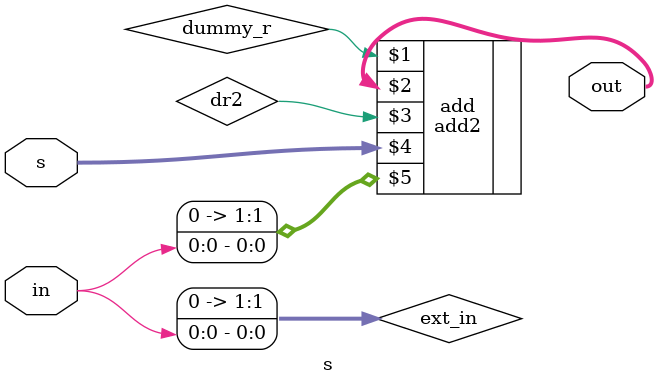
<source format=v>
module s(output [1:0]out, input [1:0]s, input in);

    wire dummy_r;
    wire dr2;
    wire [1:0] ext_in;
    
    assign
        ext_in[1] = 0;
    assign
        ext_in[0] = in;
    
    add2 add(dummy_r, out, dr2, s, ext_in);

    
endmodule
</source>
